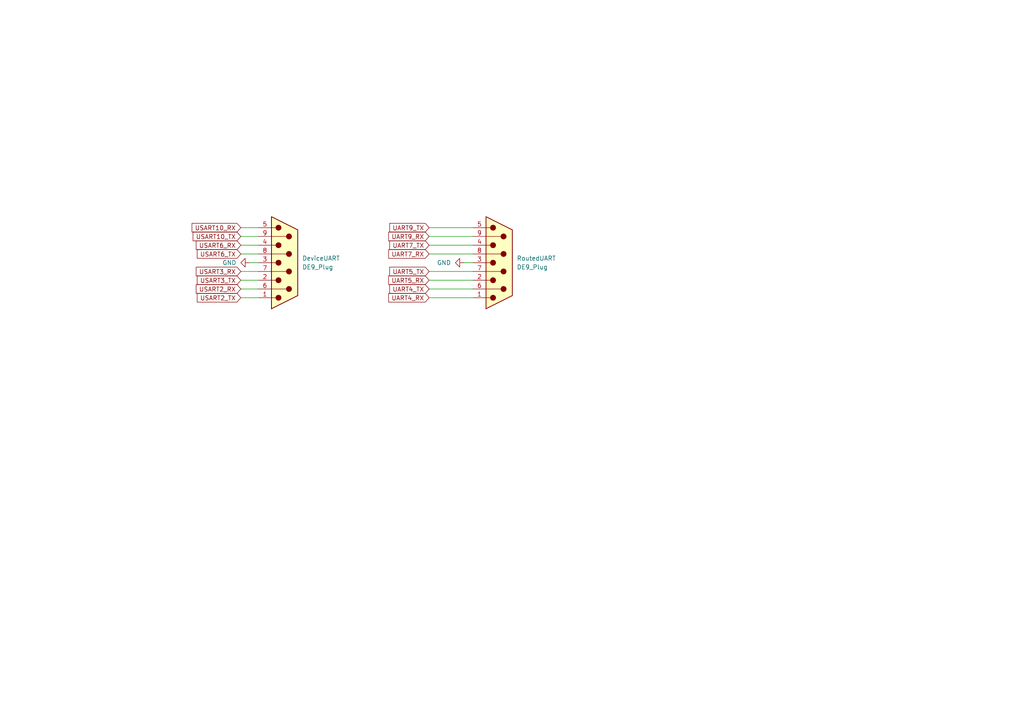
<source format=kicad_sch>
(kicad_sch (version 20231120) (generator "eeschema") (generator_version "8.0")
  (paper "A4")
  (lib_symbols
    (symbol "Connector:DE9_Plug" (pin_names (offset 1.016) hide)
      (property "Reference" "J" (at 0 13.97 0))
      (property "Value" "DE9_Plug" (at 0 -14.605 0))
      (symbol "DE9_Plug_0_1"
        (circle (center -1.778 -10.16) (radius 0.762) (fill (type outline)))
        (circle (center -1.778 -5.08) (radius 0.762) (fill (type outline)))
        (circle (center -1.778 0) (radius 0.762) (fill (type outline)))
        (circle (center -1.778 5.08) (radius 0.762) (fill (type outline)))
        (circle (center -1.778 10.16) (radius 0.762) (fill (type outline)))
        (polyline (pts (xy -3.81 -10.16) (xy -2.54 -10.16)))
        (polyline (pts (xy -3.81 -7.62) (xy 0.508 -7.62)))
        (polyline (pts (xy -3.81 -5.08) (xy -2.54 -5.08)))
        (polyline (pts (xy -3.81 -2.54) (xy 0.508 -2.54)))
        (polyline (pts (xy -3.81 0) (xy -2.54 0)))
        (polyline (pts (xy -3.81 2.54) (xy 0.508 2.54)))
        (polyline (pts (xy -3.81 5.08) (xy -2.54 5.08)))
        (polyline (pts (xy -3.81 7.62) (xy 0.508 7.62)))
        (polyline (pts (xy -3.81 10.16) (xy -2.54 10.16)))
        (polyline (pts (xy -3.81 -13.335) (xy -3.81 13.335) (xy 3.81 9.525) (xy 3.81 -9.525) (xy -3.81 -13.335)) (stroke (width 0.254)) (fill (type background)))
        (circle (center 1.27 -7.62) (radius 0.762) (fill (type outline)))
        (circle (center 1.27 -2.54) (radius 0.762) (fill (type outline)))
        (circle (center 1.27 2.54) (radius 0.762) (fill (type outline)))
        (circle (center 1.27 7.62) (radius 0.762) (fill (type outline)))
      )
      (symbol "DE9_Plug_1_1"
        (pin passive line (at -7.62 -10.16 0) (length 3.81) (name "1") (number "1"))
        (pin passive line (at -7.62 -5.08 0) (length 3.81) (name "2") (number "2"))
        (pin passive line (at -7.62 0 0) (length 3.81) (name "3") (number "3"))
        (pin passive line (at -7.62 5.08 0) (length 3.81) (name "4") (number "4"))
        (pin passive line (at -7.62 10.16 0) (length 3.81) (name "5") (number "5"))
        (pin passive line (at -7.62 -7.62 0) (length 3.81) (name "6") (number "6"))
        (pin passive line (at -7.62 -2.54 0) (length 3.81) (name "7") (number "7"))
        (pin passive line (at -7.62 2.54 0) (length 3.81) (name "8") (number "8"))
        (pin passive line (at -7.62 7.62 0) (length 3.81) (name "9") (number "9"))
      )
    )
    (symbol "power:GND" (power) (pin_numbers hide) (pin_names (offset 0) hide)
      (property "Value" "GND" (at 0 -3.81 0))
      (symbol "GND_0_1"
        (polyline (pts (xy 0 0) (xy 0 -1.27) (xy 1.27 -1.27) (xy 0 -2.54) (xy -1.27 -1.27) (xy 0 -1.27)))
      )
      (symbol "GND_1_1"
        (pin power_in line (at 0 0 270) (length 0) (name "~") (number "1"))
      )
    )
  )
  (wire (pts (xy 124.46 66.04) (xy 137.16 66.04)))
  (wire (pts (xy 124.46 68.58) (xy 137.16 68.58)))
  (wire (pts (xy 124.46 73.66) (xy 137.16 73.66)))
  (wire (pts (xy 72.39 76.2) (xy 74.93 76.2)))
  (wire (pts (xy 124.46 83.82) (xy 137.16 83.82)))
  (wire (pts (xy 69.85 78.74) (xy 74.93 78.74)))
  (wire (pts (xy 124.46 81.28) (xy 137.16 81.28)))
  (wire (pts (xy 124.46 71.12) (xy 137.16 71.12)))
  (wire (pts (xy 134.62 76.2) (xy 137.16 76.2)))
  (wire (pts (xy 69.85 86.36) (xy 74.93 86.36)))
  (wire (pts (xy 69.85 83.82) (xy 74.93 83.82)))
  (wire (pts (xy 124.46 86.36) (xy 137.16 86.36)))
  (wire (pts (xy 69.85 81.28) (xy 74.93 81.28)))
  (wire (pts (xy 69.85 73.66) (xy 74.93 73.66)))
  (wire (pts (xy 69.85 66.04) (xy 74.93 66.04)))
  (wire (pts (xy 124.46 78.74) (xy 137.16 78.74)))
  (wire (pts (xy 69.85 71.12) (xy 74.93 71.12)))
  (wire (pts (xy 69.85 68.58) (xy 74.93 68.58)))
  (global_label "UART4_RX" (shape input) (at 124.46 86.36 180) (property "Intersheetrefs" "${INTERSHEET_REFS}" (effects (hide yes))))
  (global_label "UART7_TX" (shape input) (at 124.46 71.12 180) (property "Intersheetrefs" "${INTERSHEET_REFS}" (effects (hide yes))))
  (global_label "USART2_RX" (shape input) (at 69.85 83.82 180) (property "Intersheetrefs" "${INTERSHEET_REFS}" (effects (hide yes))))
  (global_label "UART5_TX" (shape input) (at 124.46 78.74 180) (property "Intersheetrefs" "${INTERSHEET_REFS}" (effects (hide yes))))
  (global_label "USART10_RX" (shape input) (at 69.85 66.04 180) (property "Intersheetrefs" "${INTERSHEET_REFS}" (effects (hide yes))))
  (global_label "UART7_RX" (shape input) (at 124.46 73.66 180) (property "Intersheetrefs" "${INTERSHEET_REFS}" (effects (hide yes))))
  (global_label "UART9_RX" (shape input) (at 124.46 68.58 180) (property "Intersheetrefs" "${INTERSHEET_REFS}" (effects (hide yes))))
  (global_label "USART6_TX" (shape input) (at 69.85 73.66 180) (property "Intersheetrefs" "${INTERSHEET_REFS}" (effects (hide yes))))
  (global_label "USART3_TX" (shape input) (at 69.85 81.28 180) (property "Intersheetrefs" "${INTERSHEET_REFS}" (effects (hide yes))))
  (global_label "UART5_RX" (shape input) (at 124.46 81.28 180) (property "Intersheetrefs" "${INTERSHEET_REFS}" (effects (hide yes))))
  (global_label "UART4_TX" (shape input) (at 124.46 83.82 180) (property "Intersheetrefs" "${INTERSHEET_REFS}" (effects (hide yes))))
  (global_label "USART10_TX" (shape input) (at 69.85 68.58 180) (property "Intersheetrefs" "${INTERSHEET_REFS}" (effects (hide yes))))
  (global_label "UART9_TX" (shape input) (at 124.46 66.04 180) (property "Intersheetrefs" "${INTERSHEET_REFS}" (effects (hide yes))))
  (global_label "USART6_RX" (shape input) (at 69.85 71.12 180) (property "Intersheetrefs" "${INTERSHEET_REFS}" (effects (hide yes))))
  (global_label "USART2_TX" (shape input) (at 69.85 86.36 180) (property "Intersheetrefs" "${INTERSHEET_REFS}" (effects (hide yes))))
  (global_label "USART3_RX" (shape input) (at 69.85 78.74 180) (property "Intersheetrefs" "${INTERSHEET_REFS}" (effects (hide yes))))
  (symbol (lib_id "power:GND") (at 72.39 76.2 270) (unit 1)
    (property "Reference" "#PWR024" (effects (hide yes)))
    (property "Value" "GND" (at 68.58 76.1999 90) (effects (justify right)))
    (property "Description" "Power symbol creates a global label with name \"GND\" , ground" (effects (hide yes)))
  )
  (symbol (lib_id "Connector:DE9_Plug") (at 82.55 76.2 0) (unit 1)
    (property "Reference" "DeviceUART" (at 87.63 74.9299 0) (effects (justify left)))
    (property "Value" "DE9_Plug" (at 87.63 77.4699 0) (effects (justify left)))
    (property "Footprint" "Connector_Dsub:DSUB-9_Female_Horizontal_P2.77x2.54mm_EdgePinOffset9.40mm" (effects (hide yes)))
    (property "Datasheet" " ~" (effects (hide yes)))
    (property "Description" "9-pin male plug pin D-SUB connector" (effects (hide yes)))
  )
  (symbol (lib_id "power:GND") (at 134.62 76.2 270) (unit 1)
    (property "Reference" "#PWR025" (effects (hide yes)))
    (property "Value" "GND" (at 130.81 76.1999 90) (effects (justify right)))
    (property "Description" "Power symbol creates a global label with name \"GND\" , ground" (effects (hide yes)))
  )
  (symbol (lib_id "Connector:DE9_Plug") (at 144.78 76.2 0) (unit 1)
    (property "Reference" "RoutedUART" (at 149.86 74.9299 0) (effects (justify left)))
    (property "Value" "DE9_Plug" (at 149.86 77.4699 0) (effects (justify left)))
    (property "Footprint" "Connector_Dsub:DSUB-9_Male_Horizontal_P2.77x2.54mm_EdgePinOffset9.40mm" (effects (hide yes)))
    (property "Datasheet" " ~" (effects (hide yes)))
    (property "Description" "9-pin male plug pin D-SUB connector" (effects (hide yes)))
  )
)
</source>
